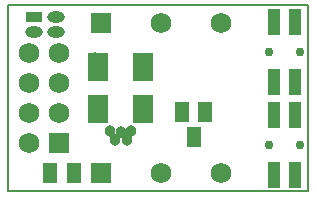
<source format=gts>
G04 Layer_Color=8388736*
%FSLAX25Y25*%
%MOIN*%
G70*
G01*
G75*
%ADD18C,0.00600*%
%ADD23C,0.03000*%
%ADD33R,0.06800X0.09800*%
%ADD34R,0.04737X0.07099*%
%ADD35O,0.05800X0.03800*%
%ADD36R,0.05800X0.03800*%
%ADD37R,0.04000X0.08800*%
%ADD38R,0.04737X0.06706*%
%ADD39R,0.06800X0.06800*%
%ADD40C,0.06800*%
%ADD41R,0.06800X0.06800*%
%ADD42C,0.03800*%
D18*
X0Y0D02*
Y62000D01*
Y0D02*
X100000D01*
Y62000D01*
X99500D02*
X100000D01*
X0D02*
X99500D01*
D23*
X97300Y46500D02*
D03*
X86700D02*
D03*
X97300Y15500D02*
D03*
X86700D02*
D03*
D33*
X45000Y41500D02*
D03*
X30000D02*
D03*
Y27500D02*
D03*
X45000D02*
D03*
D34*
X58000Y26500D02*
D03*
X65500D02*
D03*
X61800Y18100D02*
D03*
D35*
X16000Y58100D02*
D03*
Y53000D02*
D03*
X8500D02*
D03*
D36*
Y58100D02*
D03*
D37*
X95500Y56500D02*
D03*
X88500D02*
D03*
X95500Y36500D02*
D03*
X88500D02*
D03*
X95500Y25500D02*
D03*
X88500D02*
D03*
X95500Y5500D02*
D03*
X88500D02*
D03*
D38*
X22000Y6000D02*
D03*
X14000D02*
D03*
D39*
X17000Y16000D02*
D03*
D40*
Y26000D02*
D03*
Y46000D02*
D03*
Y36000D02*
D03*
X7000D02*
D03*
Y46000D02*
D03*
Y26000D02*
D03*
Y16000D02*
D03*
X71000Y56000D02*
D03*
X51000D02*
D03*
X71000Y6000D02*
D03*
X51000D02*
D03*
D41*
X31000Y56000D02*
D03*
Y6000D02*
D03*
D42*
X29000Y41500D02*
D03*
Y44500D02*
D03*
X37500Y19795D02*
D03*
X35500Y17000D02*
D03*
X41000Y20000D02*
D03*
X34000D02*
D03*
X39500Y17000D02*
D03*
M02*

</source>
